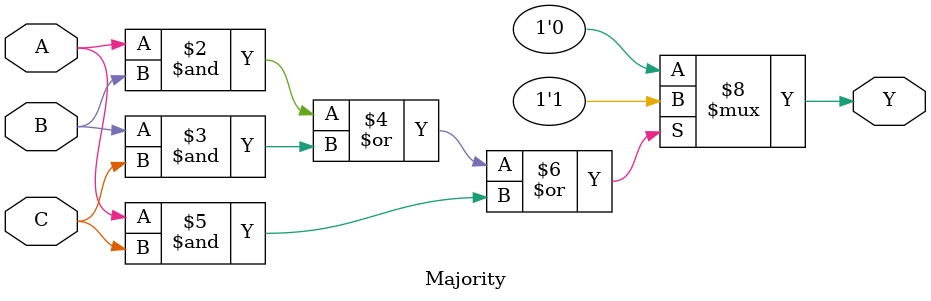
<source format=v>
  	                                            		
module Majority (A, B, C, Y);                 	
   input  A, B, C;			
   output Y; 
   reg Y;           		
                   	          	
// student code here
always @ (A,B,C)
begin 
if ( (A&B) | (B&C) | (A&C) )
begin
Y=1;
end

else 
begin
Y=0;
end
end 

endmodule // Majority  




    
</source>
